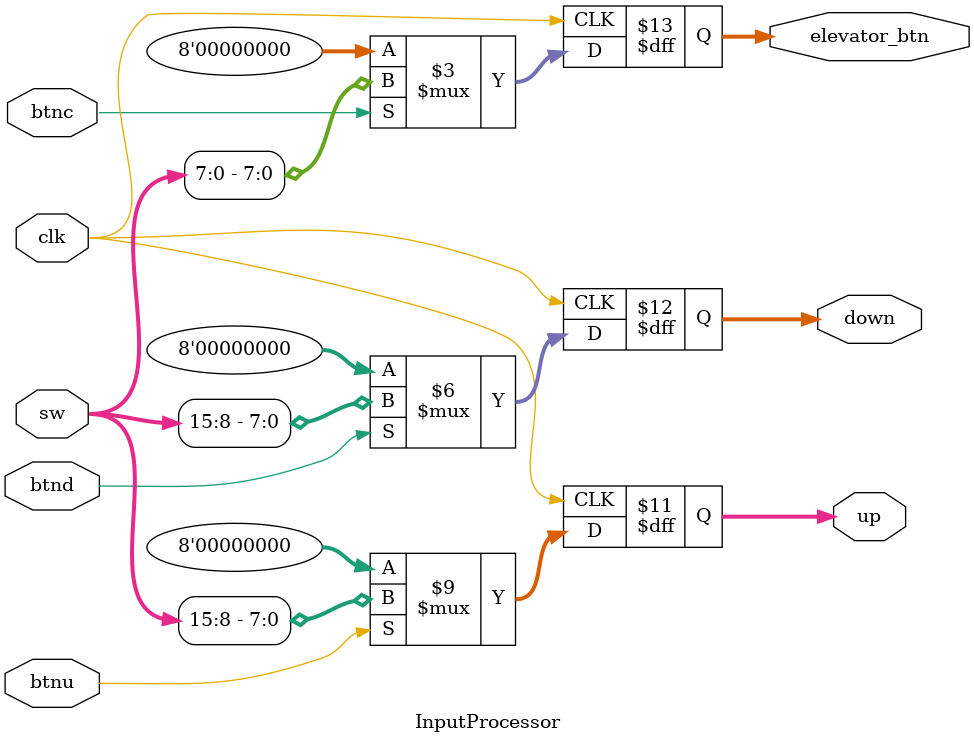
<source format=v>
`timescale 1ns/1ns

module InputProcessor(sw, clk, btnc, btnu, btnd, up, down, elevator_btn);
    input [15:0] sw;
    input btnu, btnd ,btnc ,clk;
    output reg [7:0] up;
    output reg [7:0] down;
    output reg [7:0] elevator_btn;

    always @(posedge clk) begin
      if(btnu)
        up <= sw[15:8];
	  else
		up <= 0;
      if(btnd)
        down <= sw[15:8];
	  else
		down <= 0;
	  if(btnc)
		elevator_btn <= sw[7:0];
	  else
		elevator_btn <= 0;
	end

endmodule
</source>
